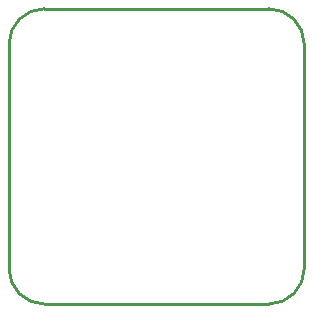
<source format=gko>
G04 Layer_Color=16711935*
%FSAX44Y44*%
%MOMM*%
G71*
G01*
G75*
%ADD29C,0.2540*%
D29*
X00130000Y00450000D02*
G03*
X00100000Y00420000I00000000J-00030000D01*
G01*
X00350000D02*
G03*
X00320000Y00450000I-00030000J00000000D01*
G01*
Y00200000D02*
G03*
X00350000Y00230000I00000000J00030000D01*
G01*
X00100000D02*
G03*
X00130000Y00200000I00030000J00000000D01*
G01*
X00100000Y00230000D02*
Y00420000D01*
X00130000Y00450000D02*
X00320000D01*
X00350000Y00230000D02*
Y00420000D01*
X00130000Y00200000D02*
X00320000D01*
M02*

</source>
